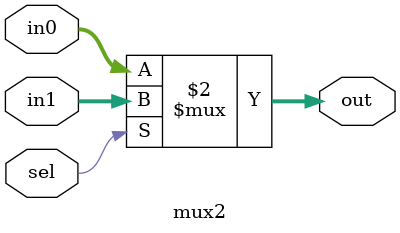
<source format=v>
module mux2 #(parameter WIDTH = 4) (
        input  wire             sel,
        input  wire [WIDTH-1:0] in0,
        input  wire [WIDTH-1:0] in1,
        output wire [WIDTH-1:0] out
    );

    assign out = (sel == 1'b1) ? in1 : in0;

endmodule
</source>
